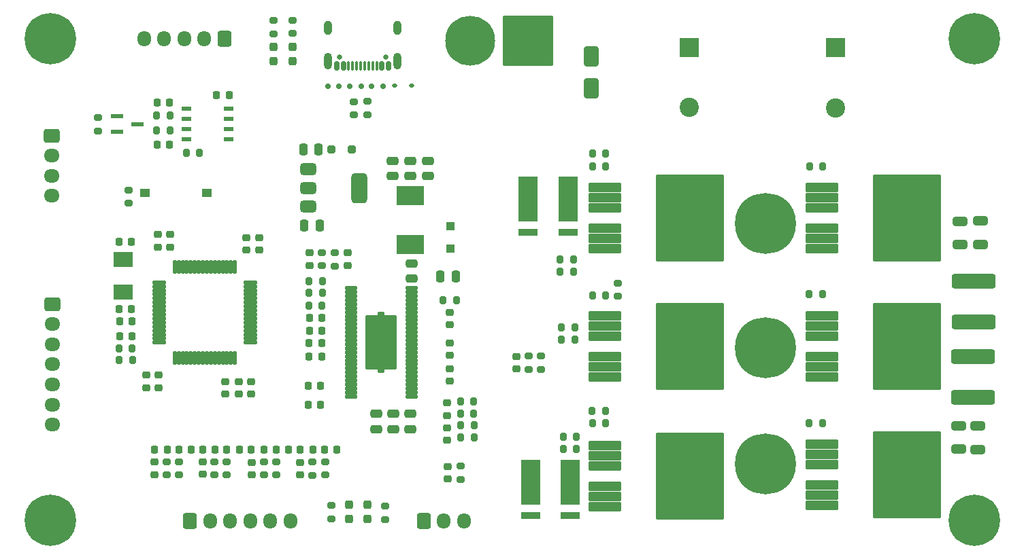
<source format=gbr>
%TF.GenerationSoftware,KiCad,Pcbnew,8.0.3*%
%TF.CreationDate,2025-02-08T18:07:50+07:00*%
%TF.ProjectId,VESC V.2,56455343-2056-42e3-922e-6b696361645f,rev?*%
%TF.SameCoordinates,Original*%
%TF.FileFunction,Soldermask,Top*%
%TF.FilePolarity,Negative*%
%FSLAX46Y46*%
G04 Gerber Fmt 4.6, Leading zero omitted, Abs format (unit mm)*
G04 Created by KiCad (PCBNEW 8.0.3) date 2025-02-08 18:07:50*
%MOMM*%
%LPD*%
G01*
G04 APERTURE LIST*
G04 Aperture macros list*
%AMRoundRect*
0 Rectangle with rounded corners*
0 $1 Rounding radius*
0 $2 $3 $4 $5 $6 $7 $8 $9 X,Y pos of 4 corners*
0 Add a 4 corners polygon primitive as box body*
4,1,4,$2,$3,$4,$5,$6,$7,$8,$9,$2,$3,0*
0 Add four circle primitives for the rounded corners*
1,1,$1+$1,$2,$3*
1,1,$1+$1,$4,$5*
1,1,$1+$1,$6,$7*
1,1,$1+$1,$8,$9*
0 Add four rect primitives between the rounded corners*
20,1,$1+$1,$2,$3,$4,$5,0*
20,1,$1+$1,$4,$5,$6,$7,0*
20,1,$1+$1,$6,$7,$8,$9,0*
20,1,$1+$1,$8,$9,$2,$3,0*%
G04 Aperture macros list end*
%ADD10RoundRect,0.250000X0.250000X0.250000X-0.250000X0.250000X-0.250000X-0.250000X0.250000X-0.250000X0*%
%ADD11RoundRect,0.200000X-0.200000X-0.275000X0.200000X-0.275000X0.200000X0.275000X-0.200000X0.275000X0*%
%ADD12RoundRect,0.237500X0.237500X-0.287500X0.237500X0.287500X-0.237500X0.287500X-0.237500X-0.287500X0*%
%ADD13RoundRect,0.250000X0.600000X0.725000X-0.600000X0.725000X-0.600000X-0.725000X0.600000X-0.725000X0*%
%ADD14O,1.700000X1.950000*%
%ADD15RoundRect,0.250000X0.475000X-0.250000X0.475000X0.250000X-0.475000X0.250000X-0.475000X-0.250000X0*%
%ADD16RoundRect,0.250000X0.250000X0.475000X-0.250000X0.475000X-0.250000X-0.475000X0.250000X-0.475000X0*%
%ADD17RoundRect,0.250000X-0.725000X0.600000X-0.725000X-0.600000X0.725000X-0.600000X0.725000X0.600000X0*%
%ADD18O,1.950000X1.700000*%
%ADD19RoundRect,0.225000X0.250000X-0.225000X0.250000X0.225000X-0.250000X0.225000X-0.250000X-0.225000X0*%
%ADD20RoundRect,0.225000X-0.250000X0.225000X-0.250000X-0.225000X0.250000X-0.225000X0.250000X0.225000X0*%
%ADD21C,6.400000*%
%ADD22RoundRect,0.250000X-0.475000X0.250000X-0.475000X-0.250000X0.475000X-0.250000X0.475000X0.250000X0*%
%ADD23RoundRect,0.200000X0.275000X-0.200000X0.275000X0.200000X-0.275000X0.200000X-0.275000X-0.200000X0*%
%ADD24RoundRect,0.225000X0.225000X0.250000X-0.225000X0.250000X-0.225000X-0.250000X0.225000X-0.250000X0*%
%ADD25RoundRect,0.250000X0.650000X-0.325000X0.650000X0.325000X-0.650000X0.325000X-0.650000X-0.325000X0*%
%ADD26R,1.625600X0.609600*%
%ADD27RoundRect,0.200000X-0.275000X0.200000X-0.275000X-0.200000X0.275000X-0.200000X0.275000X0.200000X0*%
%ADD28RoundRect,0.102000X-1.900000X-0.525000X1.900000X-0.525000X1.900000X0.525000X-1.900000X0.525000X0*%
%ADD29RoundRect,0.102000X-4.100000X-5.350000X4.100000X-5.350000X4.100000X5.350000X-4.100000X5.350000X0*%
%ADD30RoundRect,0.250000X-0.600000X-0.725000X0.600000X-0.725000X0.600000X0.725000X-0.600000X0.725000X0*%
%ADD31RoundRect,0.200000X0.200000X0.275000X-0.200000X0.275000X-0.200000X-0.275000X0.200000X-0.275000X0*%
%ADD32RoundRect,0.225000X-0.225000X-0.250000X0.225000X-0.250000X0.225000X0.250000X-0.225000X0.250000X0*%
%ADD33RoundRect,0.060500X-0.776500X-0.181500X0.776500X-0.181500X0.776500X0.181500X-0.776500X0.181500X0*%
%ADD34RoundRect,0.060500X-0.181500X-0.776500X0.181500X-0.776500X0.181500X0.776500X-0.181500X0.776500X0*%
%ADD35R,1.250000X1.000000*%
%ADD36RoundRect,0.102000X-0.650000X-0.150000X0.650000X-0.150000X0.650000X0.150000X-0.650000X0.150000X0*%
%ADD37RoundRect,0.102000X-1.850000X-3.250000X1.850000X-3.250000X1.850000X3.250000X-1.850000X3.250000X0*%
%ADD38RoundRect,0.102000X-0.325000X-0.200000X0.325000X-0.200000X0.325000X0.200000X-0.325000X0.200000X0*%
%ADD39R,2.400000X1.900000*%
%ADD40RoundRect,0.250000X-0.250000X-0.475000X0.250000X-0.475000X0.250000X0.475000X-0.250000X0.475000X0*%
%ADD41R,3.500000X2.350000*%
%ADD42RoundRect,0.150000X-0.150000X-0.200000X0.150000X-0.200000X0.150000X0.200000X-0.150000X0.200000X0*%
%ADD43R,1.257300X0.508000*%
%ADD44R,2.438400X5.588000*%
%ADD45R,2.438400X0.889000*%
%ADD46C,6.204000*%
%ADD47RoundRect,0.102000X3.000000X3.000000X-3.000000X3.000000X-3.000000X-3.000000X3.000000X-3.000000X0*%
%ADD48C,0.650000*%
%ADD49RoundRect,0.150000X0.150000X0.425000X-0.150000X0.425000X-0.150000X-0.425000X0.150000X-0.425000X0*%
%ADD50RoundRect,0.075000X0.075000X0.500000X-0.075000X0.500000X-0.075000X-0.500000X0.075000X-0.500000X0*%
%ADD51O,1.000000X2.100000*%
%ADD52O,1.000000X1.800000*%
%ADD53RoundRect,0.375000X-0.625000X-0.375000X0.625000X-0.375000X0.625000X0.375000X-0.625000X0.375000X0*%
%ADD54RoundRect,0.500000X-0.500000X-1.400000X0.500000X-1.400000X0.500000X1.400000X-0.500000X1.400000X0*%
%ADD55C,7.600000*%
%ADD56RoundRect,0.150000X0.150000X0.200000X-0.150000X0.200000X-0.150000X-0.200000X0.150000X-0.200000X0*%
%ADD57R,2.400000X2.400000*%
%ADD58C,2.400000*%
%ADD59RoundRect,0.250000X2.450000X-0.650000X2.450000X0.650000X-2.450000X0.650000X-2.450000X-0.650000X0*%
%ADD60RoundRect,0.237500X-0.237500X0.287500X-0.237500X-0.287500X0.237500X-0.287500X0.237500X0.287500X0*%
%ADD61RoundRect,0.250000X-2.450000X0.650000X-2.450000X-0.650000X2.450000X-0.650000X2.450000X0.650000X0*%
%ADD62RoundRect,0.250000X0.650000X-1.000000X0.650000X1.000000X-0.650000X1.000000X-0.650000X-1.000000X0*%
%ADD63RoundRect,0.250000X-0.650000X0.325000X-0.650000X-0.325000X0.650000X-0.325000X0.650000X0.325000X0*%
%ADD64RoundRect,0.250000X0.300000X-0.300000X0.300000X0.300000X-0.300000X0.300000X-0.300000X-0.300000X0*%
%ADD65RoundRect,0.112500X0.187500X0.112500X-0.187500X0.112500X-0.187500X-0.112500X0.187500X-0.112500X0*%
G04 APERTURE END LIST*
D10*
%TO.C,D3*%
X102500000Y-48800000D03*
X100000000Y-48800000D03*
%TD*%
D11*
%TO.C,R14*%
X128650000Y-72485000D03*
X130300000Y-72485000D03*
%TD*%
%TO.C,R11*%
X128850000Y-84640000D03*
X130500000Y-84640000D03*
%TD*%
D12*
%TO.C,D5*%
X95200000Y-37800000D03*
X95200000Y-36050000D03*
%TD*%
D13*
%TO.C,J1*%
X86700000Y-35000000D03*
D14*
X84200000Y-35000000D03*
X81700000Y-35000000D03*
X79200000Y-35000000D03*
X76700000Y-35000000D03*
%TD*%
D15*
%TO.C,C21*%
X110000000Y-64900000D03*
X110000000Y-63000000D03*
%TD*%
D16*
%TO.C,C38*%
X98550000Y-58300000D03*
X96650000Y-58300000D03*
%TD*%
D17*
%TO.C,J5*%
X65300000Y-68100000D03*
D18*
X65300000Y-70600000D03*
X65300000Y-73100000D03*
X65300000Y-75600000D03*
X65300000Y-78100000D03*
X65300000Y-80600000D03*
X65300000Y-83100000D03*
%TD*%
D19*
%TO.C,C12*%
X90000000Y-79275000D03*
X90000000Y-77725000D03*
%TD*%
D11*
%TO.C,R34*%
X159475000Y-66800000D03*
X161125000Y-66800000D03*
%TD*%
%TO.C,R41*%
X132475000Y-82900000D03*
X134125000Y-82900000D03*
%TD*%
%TO.C,R8*%
X116075000Y-80200000D03*
X117725000Y-80200000D03*
%TD*%
D20*
%TO.C,C6*%
X79930000Y-59412500D03*
X79930000Y-60962500D03*
%TD*%
D21*
%TO.C,H4*%
X65000000Y-95000000D03*
%TD*%
D22*
%TO.C,C58*%
X109800000Y-50250000D03*
X109800000Y-52150000D03*
%TD*%
D23*
%TO.C,R51*%
X74750000Y-55525000D03*
X74750000Y-53875000D03*
%TD*%
D21*
%TO.C,H2*%
X180000000Y-95000000D03*
%TD*%
D24*
%TO.C,C54*%
X79575000Y-86250000D03*
X78025000Y-86250000D03*
%TD*%
D20*
%TO.C,C2*%
X89400000Y-59825000D03*
X89400000Y-61375000D03*
%TD*%
D25*
%TO.C,C33*%
X178200000Y-60700000D03*
X178200000Y-57750000D03*
%TD*%
D15*
%TO.C,C30*%
X107700000Y-83650000D03*
X107700000Y-81750000D03*
%TD*%
D26*
%TO.C,U4*%
X73365800Y-44700040D03*
X73365800Y-46599960D03*
X75855000Y-45650000D03*
%TD*%
D11*
%TO.C,R6*%
X113900000Y-67600000D03*
X115550000Y-67600000D03*
%TD*%
D27*
%TO.C,R44*%
X104500000Y-42830000D03*
X104500000Y-44480000D03*
%TD*%
%TO.C,R27*%
X79500000Y-87725000D03*
X79500000Y-89375000D03*
%TD*%
D28*
%TO.C,Q5*%
X161000000Y-85590000D03*
X161000000Y-86860000D03*
X161000000Y-88130000D03*
D29*
X171600000Y-89400000D03*
D28*
X161000000Y-90670000D03*
X161000000Y-91940000D03*
X161000000Y-93210000D03*
%TD*%
D25*
%TO.C,C32*%
X180800000Y-60675000D03*
X180800000Y-57725000D03*
%TD*%
D11*
%TO.C,R35*%
X159450000Y-82900000D03*
X161100000Y-82900000D03*
%TD*%
D27*
%TO.C,R32*%
X95200000Y-32700000D03*
X95200000Y-34350000D03*
%TD*%
D30*
%TO.C,J6*%
X111500000Y-95100000D03*
D14*
X114000000Y-95100000D03*
X116500000Y-95100000D03*
%TD*%
D31*
%TO.C,R43*%
X75220000Y-73580000D03*
X73570000Y-73580000D03*
%TD*%
D32*
%TO.C,C55*%
X81025000Y-86250000D03*
X82575000Y-86250000D03*
%TD*%
D24*
%TO.C,C3*%
X75145000Y-60340000D03*
X73595000Y-60340000D03*
%TD*%
D11*
%TO.C,R36*%
X132475000Y-49300000D03*
X134125000Y-49300000D03*
%TD*%
D33*
%TO.C,U1*%
X78580000Y-65380000D03*
X78580000Y-65880000D03*
X78580000Y-66380000D03*
X78580000Y-66880000D03*
X78580000Y-67380000D03*
X78580000Y-67880000D03*
X78580000Y-68380000D03*
X78580000Y-68880000D03*
X78580000Y-69380000D03*
X78580000Y-69880000D03*
X78580000Y-70380000D03*
X78580000Y-70880000D03*
X78580000Y-71380000D03*
X78580000Y-71880000D03*
X78580000Y-72380000D03*
X78580000Y-72880000D03*
D34*
X80500000Y-74800000D03*
X81000000Y-74800000D03*
X81500000Y-74800000D03*
X82000000Y-74800000D03*
X82500000Y-74800000D03*
X83000000Y-74800000D03*
X83500000Y-74800000D03*
X84000000Y-74800000D03*
X84500000Y-74800000D03*
X85000000Y-74800000D03*
X85500000Y-74800000D03*
X86000000Y-74800000D03*
X86500000Y-74800000D03*
X87000000Y-74800000D03*
X87500000Y-74800000D03*
X88000000Y-74800000D03*
D33*
X89920000Y-72880000D03*
X89920000Y-72380000D03*
X89920000Y-71880000D03*
X89920000Y-71380000D03*
X89920000Y-70880000D03*
X89920000Y-70380000D03*
X89920000Y-69880000D03*
X89920000Y-69380000D03*
X89920000Y-68880000D03*
X89920000Y-68380000D03*
X89920000Y-67880000D03*
X89920000Y-67380000D03*
X89920000Y-66880000D03*
X89920000Y-66380000D03*
X89920000Y-65880000D03*
X89920000Y-65380000D03*
D34*
X88000000Y-63460000D03*
X87500000Y-63460000D03*
X87000000Y-63460000D03*
X86500000Y-63460000D03*
X86000000Y-63460000D03*
X85500000Y-63460000D03*
X85000000Y-63460000D03*
X84500000Y-63460000D03*
X84000000Y-63460000D03*
X83500000Y-63460000D03*
X83000000Y-63460000D03*
X82500000Y-63460000D03*
X82000000Y-63460000D03*
X81500000Y-63460000D03*
X81000000Y-63460000D03*
X80500000Y-63460000D03*
%TD*%
D31*
%TO.C,R20*%
X83600000Y-49250000D03*
X81950000Y-49250000D03*
%TD*%
D20*
%TO.C,C27*%
X114425000Y-80425000D03*
X114425000Y-81975000D03*
%TD*%
%TO.C,C14*%
X97300000Y-61712500D03*
X97300000Y-63262500D03*
%TD*%
D24*
%TO.C,C51*%
X85550000Y-86250000D03*
X84000000Y-86250000D03*
%TD*%
D35*
%TO.C,SW1*%
X76775000Y-54250000D03*
X84525000Y-54250000D03*
%TD*%
D20*
%TO.C,C25*%
X114691550Y-72925000D03*
X114691550Y-74475000D03*
%TD*%
D23*
%TO.C,R22*%
X99200000Y-89400000D03*
X99200000Y-87750000D03*
%TD*%
D24*
%TO.C,C46*%
X97675000Y-86262500D03*
X96125000Y-86262500D03*
%TD*%
D36*
%TO.C,IC1*%
X102425000Y-66100000D03*
X102425000Y-66600000D03*
X102425000Y-67100000D03*
X102425000Y-67600000D03*
X102425000Y-68100000D03*
X102425000Y-68600000D03*
X102425000Y-69100000D03*
X102425000Y-69600000D03*
X102425000Y-70100000D03*
X102425000Y-70600000D03*
X102425000Y-71100000D03*
X102425000Y-71600000D03*
X102425000Y-72100000D03*
X102425000Y-72600000D03*
X102425000Y-73100000D03*
X102425000Y-73600000D03*
X102425000Y-74100000D03*
X102425000Y-74600000D03*
X102425000Y-75100000D03*
X102425000Y-75600000D03*
X102425000Y-76100000D03*
X102425000Y-76600000D03*
X102425000Y-77100000D03*
X102425000Y-77600000D03*
X102425000Y-78100000D03*
X102425000Y-78600000D03*
X102425000Y-79100000D03*
X102425000Y-79600000D03*
X109975000Y-79600000D03*
X109975000Y-79100000D03*
X109975000Y-78600000D03*
X109975000Y-78100000D03*
X109975000Y-77600000D03*
X109975000Y-77100000D03*
X109975000Y-76600000D03*
X109975000Y-76100000D03*
X109975000Y-75600000D03*
X109975000Y-75100000D03*
X109975000Y-74600000D03*
X109975000Y-74100000D03*
X109975000Y-73600000D03*
X109975000Y-73100000D03*
X109975000Y-72600000D03*
X109975000Y-72100000D03*
X109975000Y-71600000D03*
X109975000Y-71100000D03*
X109975000Y-70600000D03*
X109975000Y-70100000D03*
X109975000Y-69600000D03*
X109975000Y-69100000D03*
X109975000Y-68600000D03*
X109975000Y-68100000D03*
X109975000Y-67600000D03*
X109975000Y-67100000D03*
X109975000Y-66600000D03*
X109975000Y-66100000D03*
D37*
X106200000Y-72850000D03*
D38*
X106200000Y-69400000D03*
X106200000Y-76300000D03*
%TD*%
D19*
%TO.C,C40*%
X123000000Y-76175000D03*
X123000000Y-74625000D03*
%TD*%
D23*
%TO.C,R18*%
X126100000Y-76225000D03*
X126100000Y-74575000D03*
%TD*%
D11*
%TO.C,R9*%
X116100000Y-83200000D03*
X117750000Y-83200000D03*
%TD*%
D32*
%TO.C,C45*%
X99150000Y-86262500D03*
X100700000Y-86262500D03*
%TD*%
D27*
%TO.C,R48*%
X116100000Y-88275000D03*
X116100000Y-89925000D03*
%TD*%
D19*
%TO.C,C11*%
X88500000Y-79275000D03*
X88500000Y-77725000D03*
%TD*%
D11*
%TO.C,R13*%
X128650000Y-71010000D03*
X130300000Y-71010000D03*
%TD*%
D31*
%TO.C,R30*%
X79910000Y-44600000D03*
X78260000Y-44600000D03*
%TD*%
D32*
%TO.C,C42*%
X78330000Y-42930000D03*
X79880000Y-42930000D03*
%TD*%
D11*
%TO.C,R38*%
X132450000Y-81400000D03*
X134100000Y-81400000D03*
%TD*%
D32*
%TO.C,C52*%
X87000000Y-86250000D03*
X88550000Y-86250000D03*
%TD*%
D11*
%TO.C,R3*%
X97225000Y-65200000D03*
X98875000Y-65200000D03*
%TD*%
D20*
%TO.C,C4*%
X86800000Y-77725000D03*
X86800000Y-79275000D03*
%TD*%
D32*
%TO.C,C41*%
X85725000Y-42050000D03*
X87275000Y-42050000D03*
%TD*%
D11*
%TO.C,R42*%
X73595000Y-75080000D03*
X75245000Y-75080000D03*
%TD*%
D32*
%TO.C,C49*%
X93125000Y-86262500D03*
X94675000Y-86262500D03*
%TD*%
D19*
%TO.C,C9*%
X76960000Y-78500000D03*
X76960000Y-76950000D03*
%TD*%
D39*
%TO.C,Y1*%
X74100000Y-62500000D03*
X74100000Y-66600000D03*
%TD*%
D23*
%TO.C,R24*%
X93125000Y-89375000D03*
X93125000Y-87725000D03*
%TD*%
D31*
%TO.C,R29*%
X79910000Y-46450000D03*
X78260000Y-46450000D03*
%TD*%
D40*
%TO.C,C22*%
X113550000Y-64600000D03*
X115450000Y-64600000D03*
%TD*%
D27*
%TO.C,R47*%
X100000000Y-93175000D03*
X100000000Y-94825000D03*
%TD*%
D41*
%TO.C,L1*%
X109800000Y-60625000D03*
X109800000Y-54575000D03*
%TD*%
D42*
%TO.C,D7*%
X106430000Y-40925000D03*
X105030000Y-40925000D03*
%TD*%
D15*
%TO.C,C29*%
X105600000Y-83650000D03*
X105600000Y-81750000D03*
%TD*%
D32*
%TO.C,C20*%
X97125000Y-80600000D03*
X98675000Y-80600000D03*
%TD*%
D43*
%TO.C,U3*%
X87177550Y-47525000D03*
X87177550Y-46255000D03*
X87177550Y-44985000D03*
X87177550Y-43715000D03*
X81932450Y-43715000D03*
X81932450Y-44985000D03*
X81932450Y-46255000D03*
X81932450Y-47525000D03*
%TD*%
D44*
%TO.C,R49*%
X129700000Y-90272500D03*
D45*
X129700000Y-94400000D03*
X124772400Y-94400000D03*
D44*
X124772400Y-90272500D03*
%TD*%
D19*
%TO.C,C13*%
X102000000Y-63250000D03*
X102000000Y-61700000D03*
%TD*%
D32*
%TO.C,C16*%
X97225000Y-72900000D03*
X98775000Y-72900000D03*
%TD*%
D20*
%TO.C,C26*%
X114716550Y-76135100D03*
X114716550Y-77685100D03*
%TD*%
D28*
%TO.C,Q2*%
X134000000Y-53590000D03*
X134000000Y-54860000D03*
X134000000Y-56130000D03*
D29*
X144600000Y-57400000D03*
D28*
X134000000Y-58670000D03*
X134000000Y-59940000D03*
X134000000Y-61210000D03*
%TD*%
D46*
%TO.C,J7*%
X117250000Y-35300000D03*
D47*
X124450000Y-35300000D03*
%TD*%
D15*
%TO.C,C31*%
X109800000Y-83650000D03*
X109800000Y-81750000D03*
%TD*%
D19*
%TO.C,C7*%
X78500000Y-78500000D03*
X78500000Y-76950000D03*
%TD*%
D48*
%TO.C,J2*%
X106770000Y-37300000D03*
X100990000Y-37300000D03*
D49*
X107080000Y-38375000D03*
X106280000Y-38375000D03*
D50*
X105130000Y-38375000D03*
X104130000Y-38375000D03*
X103630000Y-38375000D03*
X102630000Y-38375000D03*
D49*
X101480000Y-38375000D03*
X100680000Y-38375000D03*
X100680000Y-38375000D03*
X101480000Y-38375000D03*
D50*
X102130000Y-38375000D03*
X103130000Y-38375000D03*
X104630000Y-38375000D03*
X105630000Y-38375000D03*
D49*
X106280000Y-38375000D03*
X107080000Y-38375000D03*
D51*
X108200000Y-37800000D03*
D52*
X108200000Y-33620000D03*
D51*
X99560000Y-37800000D03*
D52*
X99560000Y-33620000D03*
%TD*%
D24*
%TO.C,C10*%
X75145000Y-68720000D03*
X73595000Y-68720000D03*
%TD*%
D21*
%TO.C,H1*%
X180000000Y-35000000D03*
%TD*%
D23*
%TO.C,R26*%
X86975000Y-89375000D03*
X86975000Y-87725000D03*
%TD*%
D32*
%TO.C,C17*%
X97250000Y-71400000D03*
X98800000Y-71400000D03*
%TD*%
D27*
%TO.C,R31*%
X92800000Y-32750000D03*
X92800000Y-34400000D03*
%TD*%
D53*
%TO.C,U2*%
X97150000Y-51300000D03*
X97150000Y-53600000D03*
D54*
X103450000Y-53600000D03*
D53*
X97150000Y-55900000D03*
%TD*%
D16*
%TO.C,C39*%
X98400000Y-48800000D03*
X96500000Y-48800000D03*
%TD*%
D11*
%TO.C,R7*%
X116075000Y-81700000D03*
X117725000Y-81700000D03*
%TD*%
D21*
%TO.C,H3*%
X65000000Y-35000000D03*
%TD*%
D22*
%TO.C,C23*%
X107600000Y-50250000D03*
X107600000Y-52150000D03*
%TD*%
D44*
%TO.C,R50*%
X129427600Y-54972500D03*
D45*
X129427600Y-59100000D03*
X124500000Y-59100000D03*
D44*
X124500000Y-54972500D03*
%TD*%
D55*
%TO.C,H7*%
X154000000Y-88000000D03*
%TD*%
D20*
%TO.C,C24*%
X114725000Y-69125000D03*
X114725000Y-70675000D03*
%TD*%
D30*
%TO.C,J4*%
X82400000Y-95100000D03*
D14*
X84900000Y-95100000D03*
X87400000Y-95100000D03*
X89900000Y-95100000D03*
X92400000Y-95100000D03*
X94900000Y-95100000D03*
%TD*%
D11*
%TO.C,R15*%
X128450000Y-62500000D03*
X130100000Y-62500000D03*
%TD*%
D27*
%TO.C,R25*%
X85475000Y-87725000D03*
X85475000Y-89375000D03*
%TD*%
%TO.C,R2*%
X98850000Y-61675000D03*
X98850000Y-63325000D03*
%TD*%
D28*
%TO.C,Q1*%
X161000000Y-53590000D03*
X161000000Y-54860000D03*
X161000000Y-56130000D03*
D29*
X171600000Y-57400000D03*
D28*
X161000000Y-58670000D03*
X161000000Y-59940000D03*
X161000000Y-61210000D03*
%TD*%
D32*
%TO.C,C1*%
X73625000Y-70200000D03*
X75175000Y-70200000D03*
%TD*%
D56*
%TO.C,D6*%
X99560000Y-40945000D03*
X100960000Y-40945000D03*
%TD*%
D11*
%TO.C,R5*%
X97200000Y-68300000D03*
X98850000Y-68300000D03*
%TD*%
D24*
%TO.C,C48*%
X91575000Y-86262500D03*
X90025000Y-86262500D03*
%TD*%
D55*
%TO.C,H6*%
X154000000Y-73500000D03*
%TD*%
D28*
%TO.C,Q4*%
X134000000Y-69590000D03*
X134000000Y-70860000D03*
X134000000Y-72130000D03*
D29*
X144600000Y-73400000D03*
D28*
X134000000Y-74670000D03*
X134000000Y-75940000D03*
X134000000Y-77210000D03*
%TD*%
D57*
%TO.C,C60*%
X144500000Y-36087246D03*
D58*
X144500000Y-43587246D03*
%TD*%
D11*
%TO.C,R12*%
X128862500Y-86145000D03*
X130512500Y-86145000D03*
%TD*%
D20*
%TO.C,C8*%
X78400000Y-59425000D03*
X78400000Y-60975000D03*
%TD*%
D19*
%TO.C,C44*%
X96125000Y-89375000D03*
X96125000Y-87825000D03*
%TD*%
D27*
%TO.C,R23*%
X91575000Y-87750000D03*
X91575000Y-89400000D03*
%TD*%
D59*
%TO.C,C37*%
X179800000Y-79750000D03*
X179800000Y-74650000D03*
%TD*%
D28*
%TO.C,Q3*%
X161000000Y-69590000D03*
X161000000Y-70860000D03*
X161000000Y-72130000D03*
D29*
X171600000Y-73400000D03*
D28*
X161000000Y-74670000D03*
X161000000Y-75940000D03*
X161000000Y-77210000D03*
%TD*%
D27*
%TO.C,R21*%
X97650000Y-87775000D03*
X97650000Y-89425000D03*
%TD*%
D60*
%TO.C,D11*%
X102200000Y-93125000D03*
X102200000Y-94875000D03*
%TD*%
D19*
%TO.C,C50*%
X83975000Y-89287500D03*
X83975000Y-87737500D03*
%TD*%
D11*
%TO.C,R10*%
X116100000Y-84700000D03*
X117750000Y-84700000D03*
%TD*%
D56*
%TO.C,D9*%
X102312500Y-40945000D03*
X103712500Y-40945000D03*
%TD*%
D17*
%TO.C,J3*%
X65200000Y-47100000D03*
D18*
X65200000Y-49600000D03*
X65200000Y-52100000D03*
X65200000Y-54600000D03*
%TD*%
D28*
%TO.C,Q6*%
X134000000Y-85690000D03*
X134000000Y-86960000D03*
X134000000Y-88230000D03*
D29*
X144600000Y-89500000D03*
D28*
X134000000Y-90770000D03*
X134000000Y-92040000D03*
X134000000Y-93310000D03*
%TD*%
D11*
%TO.C,R37*%
X132500000Y-67000000D03*
X134150000Y-67000000D03*
%TD*%
D27*
%TO.C,R46*%
X106700000Y-93275000D03*
X106700000Y-94925000D03*
%TD*%
D11*
%TO.C,R39*%
X132475000Y-50900000D03*
X134125000Y-50900000D03*
%TD*%
%TO.C,R4*%
X97212500Y-66700000D03*
X98862500Y-66700000D03*
%TD*%
%TO.C,R16*%
X128450000Y-64035000D03*
X130100000Y-64035000D03*
%TD*%
%TO.C,R33*%
X159500000Y-50900000D03*
X161150000Y-50900000D03*
%TD*%
D60*
%TO.C,D10*%
X104500000Y-93125000D03*
X104500000Y-94875000D03*
%TD*%
D61*
%TO.C,C34*%
X179900000Y-65250000D03*
X179900000Y-70350000D03*
%TD*%
D62*
%TO.C,D2*%
X132300000Y-41200000D03*
X132300000Y-37200000D03*
%TD*%
D27*
%TO.C,R40*%
X135600000Y-65450000D03*
X135600000Y-67100000D03*
%TD*%
D63*
%TO.C,C36*%
X180400000Y-83250000D03*
X180400000Y-86200000D03*
%TD*%
D64*
%TO.C,D1*%
X114800000Y-61200000D03*
X114800000Y-58400000D03*
%TD*%
D19*
%TO.C,C5*%
X91000000Y-61375000D03*
X91000000Y-59825000D03*
%TD*%
D27*
%TO.C,R1*%
X100425000Y-61687500D03*
X100425000Y-63337500D03*
%TD*%
D24*
%TO.C,C43*%
X79840000Y-48200000D03*
X78290000Y-48200000D03*
%TD*%
D63*
%TO.C,C35*%
X178100000Y-83225000D03*
X178100000Y-86175000D03*
%TD*%
D19*
%TO.C,C47*%
X90050000Y-89375000D03*
X90050000Y-87825000D03*
%TD*%
D24*
%TO.C,C15*%
X98775000Y-74600000D03*
X97225000Y-74600000D03*
%TD*%
D23*
%TO.C,R19*%
X70925000Y-46495000D03*
X70925000Y-44845000D03*
%TD*%
D27*
%TO.C,R45*%
X102800000Y-42875000D03*
X102800000Y-44525000D03*
%TD*%
D55*
%TO.C,H5*%
X154000000Y-58000000D03*
%TD*%
D12*
%TO.C,D4*%
X92800000Y-37800000D03*
X92800000Y-36050000D03*
%TD*%
D22*
%TO.C,C59*%
X112000000Y-50250000D03*
X112000000Y-52150000D03*
%TD*%
D27*
%TO.C,R17*%
X124545000Y-74567500D03*
X124545000Y-76217500D03*
%TD*%
D19*
%TO.C,C53*%
X78000000Y-89325000D03*
X78000000Y-87775000D03*
%TD*%
D65*
%TO.C,D8*%
X109990000Y-40885000D03*
X107890000Y-40885000D03*
%TD*%
D24*
%TO.C,C18*%
X98675000Y-78300000D03*
X97125000Y-78300000D03*
%TD*%
D20*
%TO.C,C57*%
X114500000Y-88325000D03*
X114500000Y-89875000D03*
%TD*%
D23*
%TO.C,R28*%
X81000000Y-89375000D03*
X81000000Y-87725000D03*
%TD*%
D32*
%TO.C,C19*%
X97250000Y-69800000D03*
X98800000Y-69800000D03*
%TD*%
D20*
%TO.C,C28*%
X114425000Y-83525000D03*
X114425000Y-85075000D03*
%TD*%
D24*
%TO.C,C56*%
X75195000Y-72080000D03*
X73645000Y-72080000D03*
%TD*%
D57*
%TO.C,C61*%
X162700000Y-36100000D03*
D58*
X162700000Y-43600000D03*
%TD*%
M02*

</source>
